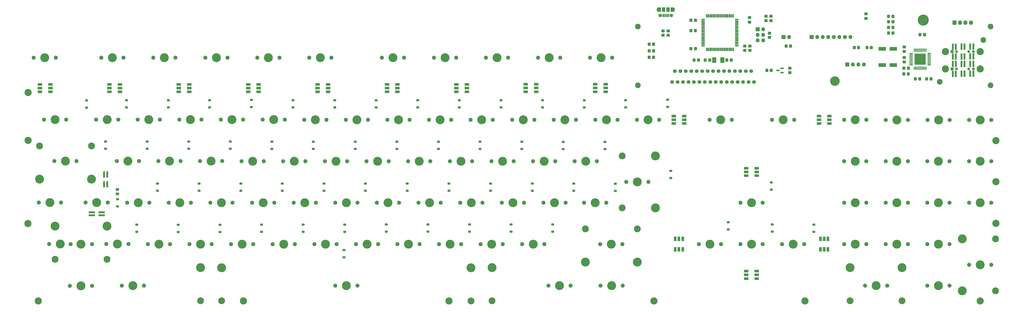
<source format=gts>
%TF.GenerationSoftware,KiCad,Pcbnew,8.0.5*%
%TF.CreationDate,2025-03-31T08:28:51+02:00*%
%TF.ProjectId,A500KB,41353030-4b42-42e6-9b69-6361645f7063,5a*%
%TF.SameCoordinates,Original*%
%TF.FileFunction,Soldermask,Top*%
%TF.FilePolarity,Negative*%
%FSLAX46Y46*%
G04 Gerber Fmt 4.6, Leading zero omitted, Abs format (unit mm)*
G04 Created by KiCad (PCBNEW 8.0.5) date 2025-03-31 08:28:51*
%MOMM*%
%LPD*%
G01*
G04 APERTURE LIST*
G04 Aperture macros list*
%AMRoundRect*
0 Rectangle with rounded corners*
0 $1 Rounding radius*
0 $2 $3 $4 $5 $6 $7 $8 $9 X,Y pos of 4 corners*
0 Add a 4 corners polygon primitive as box body*
4,1,4,$2,$3,$4,$5,$6,$7,$8,$9,$2,$3,0*
0 Add four circle primitives for the rounded corners*
1,1,$1+$1,$2,$3*
1,1,$1+$1,$4,$5*
1,1,$1+$1,$6,$7*
1,1,$1+$1,$8,$9*
0 Add four rect primitives between the rounded corners*
20,1,$1+$1,$2,$3,$4,$5,0*
20,1,$1+$1,$4,$5,$6,$7,0*
20,1,$1+$1,$6,$7,$8,$9,0*
20,1,$1+$1,$8,$9,$2,$3,0*%
G04 Aperture macros list end*
%ADD10C,1.850000*%
%ADD11C,4.087800*%
%ADD12C,3.148000*%
%ADD13RoundRect,0.271739X-0.478261X0.353261X-0.478261X-0.353261X0.478261X-0.353261X0.478261X0.353261X0*%
%ADD14RoundRect,0.175000X0.612500X0.175000X-0.612500X0.175000X-0.612500X-0.175000X0.612500X-0.175000X0*%
%ADD15RoundRect,0.270833X0.479167X-0.379167X0.479167X0.379167X-0.479167X0.379167X-0.479167X-0.379167X0*%
%ADD16RoundRect,0.270833X-0.379167X-0.479167X0.379167X-0.479167X0.379167X0.479167X-0.379167X0.479167X0*%
%ADD17RoundRect,0.271277X-0.366223X-0.503723X0.366223X-0.503723X0.366223X0.503723X-0.366223X0.503723X0*%
%ADD18RoundRect,0.271277X-0.503723X0.366223X-0.503723X-0.366223X0.503723X-0.366223X0.503723X0.366223X0*%
%ADD19RoundRect,0.050000X-0.850000X-0.850000X0.850000X-0.850000X0.850000X0.850000X-0.850000X0.850000X0*%
%ADD20O,1.800000X1.800000*%
%ADD21RoundRect,0.050000X-0.750000X-0.275000X0.750000X-0.275000X0.750000X0.275000X-0.750000X0.275000X0*%
%ADD22RoundRect,0.050000X0.275000X-0.750000X0.275000X0.750000X-0.275000X0.750000X-0.275000X-0.750000X0*%
%ADD23RoundRect,0.050000X0.850000X1.200000X-0.850000X1.200000X-0.850000X-1.200000X0.850000X-1.200000X0*%
%ADD24RoundRect,0.050000X0.850000X-0.850000X0.850000X0.850000X-0.850000X0.850000X-0.850000X-0.850000X0*%
%ADD25RoundRect,0.050000X0.400000X-1.375000X0.400000X1.375000X-0.400000X1.375000X-0.400000X-1.375000X0*%
%ADD26C,3.300000*%
%ADD27C,1.700000*%
%ADD28C,2.600000*%
%ADD29RoundRect,0.250000X-0.400000X0.250000X-0.400000X-0.250000X0.400000X-0.250000X0.400000X0.250000X0*%
%ADD30RoundRect,0.270833X0.379167X0.479167X-0.379167X0.479167X-0.379167X-0.479167X0.379167X-0.479167X0*%
%ADD31C,4.400000*%
%ADD32RoundRect,0.050000X-0.400000X1.375000X-0.400000X-1.375000X0.400000X-1.375000X0.400000X1.375000X0*%
%ADD33RoundRect,0.100000X0.687500X0.100000X-0.687500X0.100000X-0.687500X-0.100000X0.687500X-0.100000X0*%
%ADD34RoundRect,0.100000X0.100000X0.687500X-0.100000X0.687500X-0.100000X-0.687500X0.100000X-0.687500X0*%
%ADD35RoundRect,0.050000X2.500000X2.500000X-2.500000X2.500000X-2.500000X-2.500000X2.500000X-2.500000X0*%
%ADD36RoundRect,0.271277X0.366223X0.503723X-0.366223X0.503723X-0.366223X-0.503723X0.366223X-0.503723X0*%
%ADD37RoundRect,0.271277X0.503723X-0.366223X0.503723X0.366223X-0.503723X0.366223X-0.503723X-0.366223X0*%
%ADD38RoundRect,0.050000X0.200000X0.675000X-0.200000X0.675000X-0.200000X-0.675000X0.200000X-0.675000X0*%
%ADD39O,1.300000X2.000000*%
%ADD40RoundRect,0.050000X0.600000X0.950000X-0.600000X0.950000X-0.600000X-0.950000X0.600000X-0.950000X0*%
%ADD41C,1.550000*%
%ADD42RoundRect,0.050000X0.750000X0.950000X-0.750000X0.950000X-0.750000X-0.950000X0.750000X-0.950000X0*%
%ADD43RoundRect,0.050000X-1.375000X-0.400000X1.375000X-0.400000X1.375000X0.400000X-1.375000X0.400000X0*%
%ADD44RoundRect,0.050000X1.000000X-0.550000X1.000000X0.550000X-1.000000X0.550000X-1.000000X-0.550000X0*%
%ADD45RoundRect,0.050000X-1.000000X0.550000X-1.000000X-0.550000X1.000000X-0.550000X1.000000X0.550000X0*%
%ADD46RoundRect,0.265625X1.446875X0.584375X-1.446875X0.584375X-1.446875X-0.584375X1.446875X-0.584375X0*%
%ADD47C,3.000000*%
%ADD48C,5.100000*%
%ADD49RoundRect,0.050000X0.550000X1.000000X-0.550000X1.000000X-0.550000X-1.000000X0.550000X-1.000000X0*%
%ADD50RoundRect,0.050000X-0.550000X-1.000000X0.550000X-1.000000X0.550000X1.000000X-0.550000X1.000000X0*%
%ADD51RoundRect,0.264706X-0.635294X-0.760294X0.635294X-0.760294X0.635294X0.760294X-0.635294X0.760294X0*%
%ADD52O,1.800000X2.050000*%
%ADD53RoundRect,0.050000X-0.600000X-0.600000X0.600000X-0.600000X0.600000X0.600000X-0.600000X0.600000X0*%
%ADD54C,1.300000*%
G04 APERTURE END LIST*
D10*
%TO.C,MX70*%
X282556400Y-312826600D03*
D11*
X287636400Y-312826600D03*
D10*
X292716400Y-312826600D03*
D12*
X299967400Y-291359600D03*
X299967400Y-315235600D03*
D10*
X301872400Y-303297600D03*
D11*
X306952400Y-303297600D03*
D10*
X312032400Y-303297600D03*
D11*
X315207400Y-291359600D03*
X315207400Y-315235600D03*
%TD*%
D10*
%TO.C,MX1*%
X30378400Y-246227600D03*
D11*
X35458400Y-246227600D03*
D10*
X40538400Y-246227600D03*
%TD*%
%TO.C,MX2*%
X35153600Y-274675600D03*
D11*
X40233600Y-274675600D03*
D10*
X45313600Y-274675600D03*
%TD*%
%TO.C,MX4*%
X32744800Y-312797200D03*
D11*
X37824800Y-312797200D03*
D10*
X42904800Y-312797200D03*
%TD*%
%TO.C,MX6*%
X47011200Y-350998800D03*
D11*
X52091200Y-350998800D03*
D10*
X57171200Y-350998800D03*
%TD*%
%TO.C,MX8*%
X59029600Y-274675600D03*
D11*
X64109600Y-274675600D03*
D10*
X69189600Y-274675600D03*
%TD*%
%TO.C,MX10*%
X54182400Y-312797200D03*
D11*
X59262400Y-312797200D03*
D10*
X64342400Y-312797200D03*
%TD*%
%TO.C,MX12*%
X70815200Y-350977200D03*
D11*
X75895200Y-350977200D03*
D10*
X80975200Y-350977200D03*
%TD*%
%TO.C,MX13*%
X85191600Y-246227600D03*
D11*
X90271600Y-246227600D03*
D10*
X95351600Y-246227600D03*
%TD*%
%TO.C,MX14*%
X78079600Y-274675600D03*
D11*
X83159600Y-274675600D03*
D10*
X88239600Y-274675600D03*
%TD*%
%TO.C,MX16*%
X73253600Y-312826400D03*
D11*
X78333600Y-312826400D03*
D10*
X83413600Y-312826400D03*
%TD*%
%TO.C,MX17*%
X82753200Y-331876400D03*
D11*
X87833200Y-331876400D03*
D10*
X92913200Y-331876400D03*
%TD*%
%TO.C,MX18*%
X109016800Y-246227600D03*
D11*
X114096800Y-246227600D03*
D10*
X119176800Y-246227600D03*
%TD*%
%TO.C,MX19*%
X97129600Y-274675600D03*
D11*
X102209600Y-274675600D03*
D10*
X107289600Y-274675600D03*
%TD*%
%TO.C,MX20*%
X106578400Y-293751000D03*
D11*
X111658400Y-293751000D03*
D10*
X116738400Y-293751000D03*
%TD*%
%TO.C,MX21*%
X92303600Y-312826400D03*
D11*
X97383600Y-312826400D03*
D10*
X102463600Y-312826400D03*
%TD*%
%TO.C,MX22*%
X101803200Y-331876400D03*
D11*
X106883200Y-331876400D03*
D10*
X111963200Y-331876400D03*
%TD*%
%TO.C,MX23*%
X132842000Y-246227600D03*
D11*
X137922000Y-246227600D03*
D10*
X143002000Y-246227600D03*
%TD*%
%TO.C,MX24*%
X116179600Y-274675600D03*
D11*
X121259600Y-274675600D03*
D10*
X126339600Y-274675600D03*
%TD*%
%TO.C,MX25*%
X125628400Y-293776400D03*
D11*
X130708400Y-293776400D03*
D10*
X135788400Y-293776400D03*
%TD*%
%TO.C,MX26*%
X111374800Y-312848000D03*
D11*
X116454800Y-312848000D03*
D10*
X121534800Y-312848000D03*
%TD*%
%TO.C,MX27*%
X120853200Y-331876400D03*
D11*
X125933200Y-331876400D03*
D10*
X131013200Y-331876400D03*
%TD*%
%TO.C,MX28*%
X156667200Y-246227600D03*
D11*
X161747200Y-246227600D03*
D10*
X166827200Y-246227600D03*
%TD*%
%TO.C,MX30*%
X144678400Y-293776400D03*
D11*
X149758400Y-293776400D03*
D10*
X154838400Y-293776400D03*
%TD*%
%TO.C,MX32*%
X139903200Y-331876400D03*
D11*
X144983200Y-331876400D03*
D10*
X150063200Y-331876400D03*
%TD*%
%TO.C,MX34*%
X189941200Y-246227600D03*
D11*
X195021200Y-246227600D03*
D10*
X200101200Y-246227600D03*
%TD*%
%TO.C,MX35*%
X154330400Y-274726400D03*
D11*
X159410400Y-274726400D03*
D10*
X164490400Y-274726400D03*
%TD*%
%TO.C,MX37*%
X149483200Y-312848000D03*
D11*
X154563200Y-312848000D03*
D10*
X159643200Y-312848000D03*
%TD*%
%TO.C,MX38*%
X159004000Y-331876400D03*
D11*
X164084000Y-331876400D03*
D10*
X169164000Y-331876400D03*
%TD*%
%TO.C,MX39*%
X213766400Y-246227600D03*
D11*
X218846400Y-246227600D03*
D10*
X223926400Y-246227600D03*
%TD*%
%TO.C,MX40*%
X173380400Y-274726400D03*
D11*
X178460400Y-274726400D03*
D10*
X183540400Y-274726400D03*
%TD*%
%TO.C,MX41*%
X182880000Y-293776400D03*
D11*
X187960000Y-293776400D03*
D10*
X193040000Y-293776400D03*
%TD*%
%TO.C,MX42*%
X168554400Y-312826400D03*
D11*
X173634400Y-312826400D03*
D10*
X178714400Y-312826400D03*
%TD*%
%TO.C,MX43*%
X178032800Y-331876400D03*
D11*
X183112800Y-331876400D03*
D10*
X188192800Y-331876400D03*
%TD*%
%TO.C,MX45*%
X192430400Y-274726400D03*
D11*
X197510400Y-274726400D03*
D10*
X202590400Y-274726400D03*
%TD*%
%TO.C,MX46*%
X201930000Y-293776400D03*
D11*
X207010000Y-293776400D03*
D10*
X212090000Y-293776400D03*
%TD*%
%TO.C,MX47*%
X187604400Y-312826400D03*
D11*
X192684400Y-312826400D03*
D10*
X197764400Y-312826400D03*
%TD*%
%TO.C,MX49*%
X261438000Y-246249200D03*
D11*
X266518000Y-246249200D03*
D10*
X271598000Y-246249200D03*
%TD*%
%TO.C,MX50*%
X211531200Y-274726400D03*
D11*
X216611200Y-274726400D03*
D10*
X221691200Y-274726400D03*
%TD*%
%TO.C,MX51*%
X221030800Y-293776400D03*
D11*
X226110800Y-293776400D03*
D10*
X231190800Y-293776400D03*
%TD*%
%TO.C,MX52*%
X206705200Y-312826400D03*
D11*
X211785200Y-312826400D03*
D10*
X216865200Y-312826400D03*
%TD*%
%TO.C,MX53*%
X216103200Y-331876400D03*
D11*
X221183200Y-331876400D03*
D10*
X226263200Y-331876400D03*
%TD*%
%TO.C,MX54*%
X285242000Y-246227600D03*
D11*
X290322000Y-246227600D03*
D10*
X295402000Y-246227600D03*
%TD*%
%TO.C,MX55*%
X230581200Y-274726400D03*
D11*
X235661200Y-274726400D03*
D10*
X240741200Y-274726400D03*
%TD*%
%TO.C,MX56*%
X240080800Y-293776400D03*
D11*
X245160800Y-293776400D03*
D10*
X250240800Y-293776400D03*
%TD*%
%TO.C,MX57*%
X225806000Y-312826400D03*
D11*
X230886000Y-312826400D03*
D10*
X235966000Y-312826400D03*
%TD*%
%TO.C,MX58*%
X235153200Y-331876400D03*
D11*
X240233200Y-331876400D03*
D10*
X245313200Y-331876400D03*
%TD*%
%TO.C,MX59*%
X266221600Y-350948000D03*
D11*
X271301600Y-350948000D03*
D10*
X276381600Y-350948000D03*
%TD*%
%TO.C,MX60*%
X249631200Y-274726400D03*
D11*
X254711200Y-274726400D03*
D10*
X259791200Y-274726400D03*
%TD*%
%TO.C,MX61*%
X259130800Y-293776400D03*
D11*
X264210800Y-293776400D03*
D10*
X269290800Y-293776400D03*
%TD*%
%TO.C,MX62*%
X244856000Y-312826400D03*
D11*
X249936000Y-312826400D03*
D10*
X255016000Y-312826400D03*
%TD*%
%TO.C,MX63*%
X254203200Y-331876400D03*
D11*
X259283200Y-331876400D03*
D10*
X264363200Y-331876400D03*
%TD*%
%TO.C,MX64*%
X290097600Y-350948000D03*
D11*
X295177600Y-350948000D03*
D10*
X300257600Y-350948000D03*
%TD*%
%TO.C,MX65*%
X268681200Y-274726400D03*
D11*
X273761200Y-274726400D03*
D10*
X278841200Y-274726400D03*
%TD*%
%TO.C,MX67*%
X263906000Y-312826400D03*
D11*
X268986000Y-312826400D03*
D10*
X274066000Y-312826400D03*
%TD*%
D12*
%TO.C,MX68*%
X283089350Y-324891400D03*
D11*
X283089350Y-340131400D03*
D10*
X289915600Y-331876400D03*
D11*
X294995600Y-331876400D03*
D10*
X300075600Y-331876400D03*
D12*
X306901850Y-324891400D03*
D11*
X306901850Y-340131400D03*
%TD*%
D10*
%TO.C,MX69*%
X287731200Y-274726400D03*
D11*
X292811200Y-274726400D03*
D10*
X297891200Y-274726400D03*
%TD*%
%TO.C,MX72*%
X306781200Y-274726400D03*
D11*
X311861200Y-274726400D03*
D10*
X316941200Y-274726400D03*
%TD*%
%TO.C,MX73*%
X340034000Y-274726400D03*
D11*
X345114000Y-274726400D03*
D10*
X350194000Y-274726400D03*
%TD*%
%TO.C,MX74*%
X335076800Y-331876400D03*
D11*
X340156800Y-331876400D03*
D10*
X345236800Y-331876400D03*
%TD*%
%TO.C,MX75*%
X354126800Y-312826400D03*
D11*
X359206800Y-312826400D03*
D10*
X364286800Y-312826400D03*
%TD*%
%TO.C,MX76*%
X354156400Y-331876400D03*
D11*
X359236400Y-331876400D03*
D10*
X364316400Y-331876400D03*
%TD*%
%TO.C,MX77*%
X368634400Y-274726400D03*
D11*
X373714400Y-274726400D03*
D10*
X378794400Y-274726400D03*
%TD*%
%TO.C,MX78*%
X373176800Y-331876400D03*
D11*
X378256800Y-331876400D03*
D10*
X383336800Y-331876400D03*
%TD*%
%TO.C,MX79*%
X401624800Y-274777200D03*
D11*
X406704800Y-274777200D03*
D10*
X411784800Y-274777200D03*
%TD*%
%TO.C,MX80*%
X401624800Y-293827200D03*
D11*
X406704800Y-293827200D03*
D10*
X411784800Y-293827200D03*
%TD*%
%TO.C,MX81*%
X401624800Y-312877200D03*
D11*
X406704800Y-312877200D03*
D10*
X411784800Y-312877200D03*
%TD*%
%TO.C,MX82*%
X401654400Y-331898000D03*
D11*
X406734400Y-331898000D03*
D10*
X411814400Y-331898000D03*
%TD*%
D12*
%TO.C,MX83*%
X428180500Y-357936800D03*
D11*
X428180500Y-342696800D03*
D10*
X421354250Y-350951800D03*
D11*
X416274250Y-350951800D03*
D10*
X411194250Y-350951800D03*
D12*
X404368000Y-357936800D03*
D11*
X404368000Y-342696800D03*
%TD*%
D10*
%TO.C,MX85*%
X420674800Y-293827200D03*
D11*
X425754800Y-293827200D03*
D10*
X430834800Y-293827200D03*
%TD*%
%TO.C,MX86*%
X420674800Y-312877200D03*
D11*
X425754800Y-312877200D03*
D10*
X430834800Y-312877200D03*
%TD*%
%TO.C,MX87*%
X420704400Y-331898000D03*
D11*
X425784400Y-331898000D03*
D10*
X430864400Y-331898000D03*
%TD*%
%TO.C,MX88*%
X439826400Y-274828000D03*
D11*
X444906400Y-274828000D03*
D10*
X449986400Y-274828000D03*
%TD*%
%TO.C,MX89*%
X439724800Y-293827200D03*
D11*
X444804800Y-293827200D03*
D10*
X449884800Y-293827200D03*
%TD*%
%TO.C,MX90*%
X439775600Y-312877200D03*
D11*
X444855600Y-312877200D03*
D10*
X449935600Y-312877200D03*
%TD*%
%TO.C,MX91*%
X439775600Y-331876400D03*
D11*
X444855600Y-331876400D03*
D10*
X449935600Y-331876400D03*
%TD*%
%TO.C,MX92*%
X439754400Y-350948000D03*
D11*
X444834400Y-350948000D03*
D10*
X449914400Y-350948000D03*
%TD*%
%TO.C,MX93*%
X458927200Y-274828000D03*
D11*
X464007200Y-274828000D03*
D10*
X469087200Y-274828000D03*
%TD*%
%TO.C,MX94*%
X458927200Y-293776400D03*
D11*
X464007200Y-293776400D03*
D10*
X469087200Y-293776400D03*
%TD*%
%TO.C,MX95*%
X458927200Y-312826400D03*
D11*
X464007200Y-312826400D03*
D10*
X469087200Y-312826400D03*
%TD*%
D12*
%TO.C,MX96*%
X470966800Y-353364800D03*
X470966800Y-329488800D03*
D10*
X469061800Y-341426800D03*
D11*
X463981800Y-341426800D03*
D10*
X458901800Y-341426800D03*
D11*
X455726800Y-353364800D03*
X455726800Y-329488800D03*
%TD*%
D10*
%TO.C,MX9*%
X68457200Y-293747200D03*
D11*
X73537200Y-293747200D03*
D10*
X78617200Y-293747200D03*
%TD*%
%TO.C,MX15*%
X87528400Y-293751000D03*
D11*
X92608400Y-293751000D03*
D10*
X97688400Y-293751000D03*
%TD*%
%TO.C,MX7*%
X61417200Y-246227600D03*
D11*
X66497200Y-246227600D03*
D10*
X71577200Y-246227600D03*
%TD*%
D12*
%TO.C,MX3*%
X33070800Y-286762200D03*
D11*
X33070800Y-302002200D03*
D10*
X39897050Y-293747200D03*
D11*
X44977050Y-293747200D03*
D10*
X50057050Y-293747200D03*
D12*
X56883300Y-286762200D03*
D11*
X56883300Y-302002200D03*
%TD*%
D10*
%TO.C,MX36*%
X163830000Y-293776400D03*
D11*
X168910000Y-293776400D03*
D10*
X173990000Y-293776400D03*
%TD*%
%TO.C,MX31*%
X130454400Y-312848000D03*
D11*
X135534400Y-312848000D03*
D10*
X140614400Y-312848000D03*
%TD*%
%TO.C,MX29*%
X135259200Y-274697200D03*
D11*
X140339200Y-274697200D03*
D10*
X145419200Y-274697200D03*
%TD*%
%TO.C,MX48*%
X197053200Y-331876400D03*
D11*
X202133200Y-331876400D03*
D10*
X207213200Y-331876400D03*
%TD*%
%TO.C,MX66*%
X278180800Y-293776400D03*
D11*
X283260800Y-293776400D03*
D10*
X288340800Y-293776400D03*
%TD*%
%TO.C,MX84*%
X420725600Y-274828000D03*
D11*
X425805600Y-274828000D03*
D10*
X430885600Y-274828000D03*
%TD*%
%TO.C,MX44*%
X237591600Y-246227600D03*
D11*
X242671600Y-246227600D03*
D10*
X247751600Y-246227600D03*
%TD*%
D13*
%TO.C,D2*%
X68783200Y-306750000D03*
X68783200Y-308800000D03*
%TD*%
D12*
%TO.C,MX33*%
X240384000Y-357936800D03*
D11*
X240384000Y-342696800D03*
D12*
X230709000Y-357951800D03*
D11*
X230709000Y-342751800D03*
D10*
X178689000Y-350951800D03*
D11*
X173609000Y-350951800D03*
D10*
X168529000Y-350951800D03*
D12*
X116534000Y-357936800D03*
D11*
X116534000Y-342746800D03*
D12*
X106834000Y-357936800D03*
D11*
X106834000Y-342696800D03*
%TD*%
D14*
%TO.C,Q1*%
X373187500Y-253050000D03*
X373187500Y-251150000D03*
X371312500Y-252100000D03*
%TD*%
D15*
%TO.C,R1*%
X376800000Y-253075000D03*
X376800000Y-251075000D03*
%TD*%
D16*
%TO.C,R2*%
X366250000Y-252100000D03*
X368250000Y-252100000D03*
%TD*%
D17*
%TO.C,C5*%
X331450000Y-233800000D03*
X333525000Y-233800000D03*
%TD*%
D18*
%TO.C,C6*%
X358300000Y-227800000D03*
X358300000Y-229875000D03*
%TD*%
D19*
%TO.C,J3*%
X362060000Y-233150000D03*
D20*
X364600000Y-233150000D03*
X362060000Y-235690000D03*
X364600000Y-235690000D03*
X362060000Y-238230000D03*
X364600000Y-238230000D03*
%TD*%
D15*
%TO.C,R4*%
X321050000Y-235925000D03*
X321050000Y-233925000D03*
%TD*%
%TO.C,R5*%
X367450000Y-236950000D03*
X367450000Y-234950000D03*
%TD*%
D21*
%TO.C,U2*%
X337048400Y-228704200D03*
X337048400Y-229504200D03*
X337048400Y-230304200D03*
X337048400Y-231104200D03*
X337048400Y-231904200D03*
X337048400Y-232704200D03*
X337048400Y-233504200D03*
X337048400Y-234304200D03*
X337048400Y-235104200D03*
X337048400Y-235904200D03*
X337048400Y-236704200D03*
X337048400Y-237504200D03*
X337048400Y-238304200D03*
X337048400Y-239104200D03*
X337048400Y-239904200D03*
X337048400Y-240704200D03*
D22*
X338748400Y-242404200D03*
X339548400Y-242404200D03*
X340348400Y-242404200D03*
X341148400Y-242404200D03*
X341948400Y-242404200D03*
X342748400Y-242404200D03*
X343548400Y-242404200D03*
X344348400Y-242404200D03*
X345148400Y-242404200D03*
X345948400Y-242404200D03*
X346748400Y-242404200D03*
X347548400Y-242404200D03*
X348348400Y-242404200D03*
X349148400Y-242404200D03*
X349948400Y-242404200D03*
X350748400Y-242404200D03*
D21*
X352448400Y-240704200D03*
X352448400Y-239904200D03*
X352448400Y-239104200D03*
X352448400Y-238304200D03*
X352448400Y-237504200D03*
X352448400Y-236704200D03*
X352448400Y-235904200D03*
X352448400Y-235104200D03*
X352448400Y-234304200D03*
X352448400Y-233504200D03*
X352448400Y-232704200D03*
X352448400Y-231904200D03*
X352448400Y-231104200D03*
X352448400Y-230304200D03*
X352448400Y-229504200D03*
X352448400Y-228704200D03*
D22*
X350748400Y-227004200D03*
X349948400Y-227004200D03*
X349148400Y-227004200D03*
X348348400Y-227004200D03*
X347548400Y-227004200D03*
X346748400Y-227004200D03*
X345948400Y-227004200D03*
X345148400Y-227004200D03*
X344348400Y-227004200D03*
X343548400Y-227004200D03*
X342748400Y-227004200D03*
X341948400Y-227004200D03*
X341148400Y-227004200D03*
X340348400Y-227004200D03*
X339548400Y-227004200D03*
X338748400Y-227004200D03*
%TD*%
D23*
%TO.C,Y2*%
X345823300Y-247321800D03*
X342123300Y-247321800D03*
%TD*%
D24*
%TO.C,J4*%
X386720000Y-236750000D03*
D20*
X389260000Y-236750000D03*
X391800000Y-236750000D03*
X394340000Y-236750000D03*
X396880000Y-236750000D03*
X399420000Y-236750000D03*
X401960000Y-236750000D03*
X404500000Y-236750000D03*
%TD*%
D25*
%TO.C,D1*%
X62673000Y-304383000D03*
X64073000Y-304383000D03*
X64073000Y-299883000D03*
X62673000Y-299883000D03*
%TD*%
D24*
%TO.C,J5*%
X373860000Y-236750000D03*
D20*
X376400000Y-236750000D03*
%TD*%
D26*
%TO.C,H5*%
X27850000Y-284200000D03*
%TD*%
%TO.C,H6*%
X27850000Y-262200000D03*
%TD*%
%TO.C,H7*%
X27800000Y-322400000D03*
%TD*%
%TO.C,H8*%
X314500000Y-358000000D03*
%TD*%
%TO.C,H9*%
X383700000Y-358000000D03*
%TD*%
%TO.C,H10*%
X471200000Y-284300000D03*
%TD*%
%TO.C,H11*%
X471200000Y-303200000D03*
%TD*%
D16*
%TO.C,R6*%
X422000000Y-227250000D03*
X424000000Y-227250000D03*
%TD*%
D18*
%TO.C,C14*%
X411650000Y-226075000D03*
X411650000Y-228150000D03*
%TD*%
D17*
%TO.C,C3*%
X347884000Y-247359900D03*
X349959000Y-247359900D03*
%TD*%
%TO.C,C4*%
X338008700Y-247296400D03*
X340083700Y-247296400D03*
%TD*%
%TO.C,C1*%
X332898000Y-247309100D03*
X334973000Y-247309100D03*
%TD*%
D27*
%TO.C,J1*%
X322850000Y-257400000D03*
X324100000Y-252400000D03*
X325350000Y-257400000D03*
X326600000Y-252400000D03*
X327850000Y-257400000D03*
X329100000Y-252400000D03*
X330350000Y-257400000D03*
X331600000Y-252400000D03*
X332850000Y-257400000D03*
X334100000Y-252400000D03*
X335350000Y-257400000D03*
X336600000Y-252400000D03*
X337850000Y-257400000D03*
X339100000Y-252400000D03*
X340350000Y-257400000D03*
X341600000Y-252400000D03*
X342850000Y-257400000D03*
X344100000Y-252400000D03*
X345350000Y-257400000D03*
X346600000Y-252400000D03*
X347850000Y-257400000D03*
X349100000Y-252400000D03*
X350350000Y-257400000D03*
X351600000Y-252400000D03*
X352850000Y-257400000D03*
X354100000Y-252400000D03*
X355350000Y-257400000D03*
X356600000Y-252400000D03*
X357850000Y-257400000D03*
X359100000Y-252400000D03*
X360350000Y-257400000D03*
%TD*%
D26*
%TO.C,H12*%
X471200000Y-322350000D03*
%TD*%
%TO.C,H13*%
X32500000Y-358000000D03*
%TD*%
%TO.C,H14*%
X463950000Y-358000000D03*
%TD*%
D28*
%TO.C,H15*%
X307200000Y-258950000D03*
%TD*%
%TO.C,H17*%
X468700000Y-258950000D03*
%TD*%
D29*
%TO.C,D8*%
X77600000Y-322950000D03*
X77600000Y-326250000D03*
%TD*%
%TO.C,D9*%
X96600000Y-323000000D03*
X96600000Y-326300000D03*
%TD*%
%TO.C,D10*%
X115700000Y-323000000D03*
X115700000Y-326300000D03*
%TD*%
%TO.C,D11*%
X134800000Y-322950000D03*
X134800000Y-326250000D03*
%TD*%
%TO.C,D12*%
X153800000Y-322950000D03*
X153800000Y-326250000D03*
%TD*%
%TO.C,D13*%
X172550000Y-334600000D03*
X172550000Y-337900000D03*
%TD*%
%TO.C,D14*%
X172900000Y-322900000D03*
X172900000Y-326200000D03*
%TD*%
%TO.C,D15*%
X191900000Y-322850000D03*
X191900000Y-326150000D03*
%TD*%
%TO.C,D16*%
X211000000Y-322850000D03*
X211000000Y-326150000D03*
%TD*%
%TO.C,D17*%
X230000000Y-322850000D03*
X230000000Y-326150000D03*
%TD*%
%TO.C,D18*%
X249100000Y-322850000D03*
X249100000Y-326150000D03*
%TD*%
%TO.C,D19*%
X268100000Y-322850000D03*
X268100000Y-326150000D03*
%TD*%
D28*
%TO.C,H16*%
X307200000Y-231950000D03*
%TD*%
D29*
%TO.C,D20*%
X387800000Y-322900000D03*
X387800000Y-326200000D03*
%TD*%
D28*
%TO.C,H18*%
X468700000Y-231950000D03*
%TD*%
D29*
%TO.C,D21*%
X348600000Y-321850000D03*
X348600000Y-325150000D03*
%TD*%
%TO.C,D22*%
X368300000Y-303550000D03*
X368300000Y-306850000D03*
%TD*%
%TO.C,D24*%
X68800000Y-311250000D03*
X68800000Y-314550000D03*
%TD*%
%TO.C,D25*%
X87100000Y-304050000D03*
X87100000Y-307350000D03*
%TD*%
%TO.C,D26*%
X106200000Y-304050000D03*
X106200000Y-307350000D03*
%TD*%
%TO.C,D27*%
X125300000Y-304050000D03*
X125300000Y-307350000D03*
%TD*%
%TO.C,D28*%
X144300000Y-304050000D03*
X144300000Y-307350000D03*
%TD*%
%TO.C,D29*%
X163400000Y-304050000D03*
X163400000Y-307350000D03*
%TD*%
%TO.C,D30*%
X182400000Y-304050000D03*
X182400000Y-307350000D03*
%TD*%
%TO.C,D31*%
X201500000Y-304050000D03*
X201500000Y-307350000D03*
%TD*%
%TO.C,D32*%
X220600000Y-304050000D03*
X220600000Y-307350000D03*
%TD*%
%TO.C,D33*%
X239700000Y-304050000D03*
X239700000Y-307350000D03*
%TD*%
%TO.C,D34*%
X258800000Y-304050000D03*
X258800000Y-307350000D03*
%TD*%
%TO.C,D35*%
X277800000Y-304050000D03*
X277800000Y-307350000D03*
%TD*%
%TO.C,D36*%
X296800000Y-304150000D03*
X296800000Y-307450000D03*
%TD*%
D30*
%TO.C,R8*%
X424000000Y-234850000D03*
X422000000Y-234850000D03*
%TD*%
%TO.C,R9*%
X424000000Y-232350000D03*
X422000000Y-232350000D03*
%TD*%
D31*
%TO.C,H19*%
X397450000Y-257000000D03*
%TD*%
D29*
%TO.C,D37*%
X63300000Y-284750000D03*
X63300000Y-288050000D03*
%TD*%
%TO.C,D38*%
X82400000Y-284750000D03*
X82400000Y-288050000D03*
%TD*%
%TO.C,D39*%
X101400000Y-284750000D03*
X101400000Y-288050000D03*
%TD*%
%TO.C,D40*%
X120500000Y-284750000D03*
X120500000Y-288050000D03*
%TD*%
%TO.C,D41*%
X139500000Y-284850000D03*
X139500000Y-288150000D03*
%TD*%
%TO.C,D42*%
X158500000Y-284850000D03*
X158500000Y-288150000D03*
%TD*%
%TO.C,D43*%
X177700000Y-284850000D03*
X177700000Y-288150000D03*
%TD*%
%TO.C,D44*%
X196800000Y-284850000D03*
X196800000Y-288150000D03*
%TD*%
%TO.C,D45*%
X215800000Y-284850000D03*
X215800000Y-288150000D03*
%TD*%
%TO.C,D46*%
X234900000Y-284850000D03*
X234900000Y-288150000D03*
%TD*%
%TO.C,D47*%
X254000000Y-284850000D03*
X254000000Y-288150000D03*
%TD*%
%TO.C,D48*%
X273000000Y-284900000D03*
X273000000Y-288200000D03*
%TD*%
%TO.C,D49*%
X292100000Y-284900000D03*
X292100000Y-288200000D03*
%TD*%
%TO.C,D50*%
X322200000Y-298250000D03*
X322200000Y-301550000D03*
%TD*%
D25*
%TO.C,D5*%
X451400000Y-253638000D03*
X452800000Y-253638000D03*
X452800000Y-249138000D03*
X451400000Y-249138000D03*
%TD*%
%TO.C,D6*%
X455400000Y-253625000D03*
X456800000Y-253625000D03*
X456800000Y-249125000D03*
X455400000Y-249125000D03*
%TD*%
%TO.C,D7*%
X459400000Y-253625000D03*
X460800000Y-253625000D03*
X460800000Y-249125000D03*
X459400000Y-249125000D03*
%TD*%
D32*
%TO.C,D52*%
X456800000Y-241179900D03*
X455400000Y-241179900D03*
X455400000Y-245679900D03*
X456800000Y-245679900D03*
%TD*%
%TO.C,D53*%
X460800000Y-241167200D03*
X459400000Y-241167200D03*
X459400000Y-245667200D03*
X460800000Y-245667200D03*
%TD*%
D33*
%TO.C,U1*%
X440625000Y-249650000D03*
X440625000Y-249150000D03*
X440625000Y-248650000D03*
X440625000Y-248150000D03*
X440625000Y-247650000D03*
X440625000Y-247150000D03*
X440625000Y-246650000D03*
X440625000Y-246150000D03*
X440625000Y-245650000D03*
X440625000Y-245150000D03*
X440625000Y-244650000D03*
X440625000Y-244150000D03*
D34*
X439212500Y-242737500D03*
X438712500Y-242737500D03*
X438212500Y-242737500D03*
X437712500Y-242737500D03*
X437212500Y-242737500D03*
X436712500Y-242737500D03*
X436212500Y-242737500D03*
X435712500Y-242737500D03*
X435212500Y-242737500D03*
X434712500Y-242737500D03*
X434212500Y-242737500D03*
X433712500Y-242737500D03*
D33*
X432300000Y-244150000D03*
X432300000Y-244650000D03*
X432300000Y-245150000D03*
X432300000Y-245650000D03*
X432300000Y-246150000D03*
X432300000Y-246650000D03*
X432300000Y-247150000D03*
X432300000Y-247650000D03*
X432300000Y-248150000D03*
X432300000Y-248650000D03*
X432300000Y-249150000D03*
X432300000Y-249650000D03*
D34*
X433712500Y-251062500D03*
X434212500Y-251062500D03*
X434712500Y-251062500D03*
X435212500Y-251062500D03*
X435712500Y-251062500D03*
X436212500Y-251062500D03*
X436712500Y-251062500D03*
X437212500Y-251062500D03*
X437712500Y-251062500D03*
X438212500Y-251062500D03*
X438712500Y-251062500D03*
X439212500Y-251062500D03*
D35*
X436462500Y-246900000D03*
%TD*%
D36*
%TO.C,C10*%
X438475000Y-235650000D03*
X436400000Y-235650000D03*
%TD*%
D17*
%TO.C,C11*%
X439387500Y-255950000D03*
X441462500Y-255950000D03*
%TD*%
D18*
%TO.C,C12*%
X429150000Y-246137500D03*
X429150000Y-248212500D03*
%TD*%
D16*
%TO.C,R7*%
X429025000Y-253700000D03*
X431025000Y-253700000D03*
%TD*%
D26*
%TO.C,H1*%
X463950000Y-251375000D03*
%TD*%
%TO.C,H2*%
X448050000Y-251375000D03*
%TD*%
%TO.C,H4*%
X463950000Y-243400000D03*
%TD*%
D36*
%TO.C,C13*%
X431087500Y-251050000D03*
X429012500Y-251050000D03*
%TD*%
%TO.C,C9*%
X436312500Y-255950000D03*
X434237500Y-255950000D03*
%TD*%
D15*
%TO.C,R10*%
X358450000Y-242850000D03*
X358450000Y-240850000D03*
%TD*%
%TO.C,R11*%
X356100000Y-242850000D03*
X356100000Y-240850000D03*
%TD*%
D29*
%TO.C,D54*%
X54600000Y-265850000D03*
X54600000Y-269150000D03*
%TD*%
%TO.C,D55*%
X72900000Y-265750000D03*
X72900000Y-269050000D03*
%TD*%
%TO.C,D56*%
X92100000Y-265750000D03*
X92100000Y-269050000D03*
%TD*%
%TO.C,D57*%
X111000000Y-265750000D03*
X111000000Y-269050000D03*
%TD*%
%TO.C,D58*%
X130100000Y-265650000D03*
X130100000Y-268950000D03*
%TD*%
%TO.C,D59*%
X149200000Y-265750000D03*
X149200000Y-269050000D03*
%TD*%
%TO.C,D60*%
X168300000Y-265750000D03*
X168300000Y-269050000D03*
%TD*%
%TO.C,D61*%
X187300000Y-265750000D03*
X187300000Y-269050000D03*
%TD*%
%TO.C,D62*%
X206300000Y-265750000D03*
X206300000Y-269050000D03*
%TD*%
%TO.C,D63*%
X225400000Y-265750000D03*
X225400000Y-269050000D03*
%TD*%
%TO.C,D64*%
X244500000Y-265750000D03*
X244500000Y-269050000D03*
%TD*%
%TO.C,D65*%
X263500000Y-265750000D03*
X263500000Y-269050000D03*
%TD*%
%TO.C,D66*%
X282600000Y-265750000D03*
X282600000Y-269050000D03*
%TD*%
%TO.C,D67*%
X301600000Y-265750000D03*
X301600000Y-269050000D03*
%TD*%
%TO.C,D68*%
X320800000Y-265550000D03*
X320800000Y-268850000D03*
%TD*%
D17*
%TO.C,C2*%
X331487500Y-242050000D03*
X333562500Y-242050000D03*
%TD*%
D37*
%TO.C,C7*%
X429150000Y-243362500D03*
X429150000Y-241287500D03*
%TD*%
D36*
%TO.C,C8*%
X333562500Y-229000000D03*
X331487500Y-229000000D03*
%TD*%
D30*
%TO.C,R12*%
X424000000Y-229750000D03*
X422000000Y-229750000D03*
%TD*%
D16*
%TO.C,R13*%
X412122000Y-241554000D03*
X414122000Y-241554000D03*
%TD*%
%TO.C,R14*%
X406298000Y-241554000D03*
X408298000Y-241554000D03*
%TD*%
D15*
%TO.C,R16*%
X365800000Y-229200000D03*
X365800000Y-227200000D03*
%TD*%
%TO.C,R15*%
X368150000Y-229200000D03*
X368150000Y-227200000D03*
%TD*%
D29*
%TO.C,D23*%
X368700000Y-322850000D03*
X368700000Y-326150000D03*
%TD*%
D15*
%TO.C,R3*%
X318700000Y-235925000D03*
X318700000Y-233925000D03*
%TD*%
D38*
%TO.C,J2*%
X321250000Y-226850000D03*
X320600000Y-226850000D03*
X319950000Y-226850000D03*
X319300000Y-226850000D03*
X318650000Y-226850000D03*
D39*
X323450000Y-224150000D03*
D40*
X322850000Y-224150000D03*
D41*
X322450000Y-226850000D03*
D42*
X320950000Y-224150000D03*
X318950000Y-224150000D03*
D41*
X317450000Y-226850000D03*
D40*
X317050000Y-224150000D03*
D39*
X316450000Y-224150000D03*
%TD*%
D26*
%TO.C,H20*%
X126450000Y-357950000D03*
%TD*%
%TO.C,H21*%
X220650000Y-357950000D03*
%TD*%
D24*
%TO.C,J6*%
X403100000Y-249350000D03*
D20*
X405640000Y-249350000D03*
X408180000Y-249350000D03*
X410720000Y-249350000D03*
%TD*%
D28*
%TO.C,H22*%
X445390000Y-257340000D03*
%TD*%
%TO.C,H23*%
X465370000Y-238100000D03*
%TD*%
D26*
%TO.C,H3*%
X448050000Y-243400000D03*
%TD*%
D32*
%TO.C,D51*%
X452800000Y-241187500D03*
X451400000Y-241187500D03*
X451400000Y-245687500D03*
X452800000Y-245687500D03*
%TD*%
D43*
%TO.C,D69*%
X57050000Y-317250000D03*
X57050000Y-318650000D03*
X61550000Y-318650000D03*
X61550000Y-317250000D03*
%TD*%
D44*
%TO.C,D72*%
X96877700Y-258500000D03*
X96877700Y-260200000D03*
X96877700Y-261900000D03*
X101677700Y-261900000D03*
X101677700Y-260200000D03*
X101677700Y-258500000D03*
%TD*%
%TO.C,D73*%
X128664750Y-258500000D03*
X128664750Y-260200000D03*
X128664750Y-261900000D03*
X133464750Y-261900000D03*
X133464750Y-260200000D03*
X133464750Y-258500000D03*
%TD*%
D45*
%TO.C,D83*%
X361600000Y-347700000D03*
X361600000Y-346000000D03*
X361600000Y-344300000D03*
X356800000Y-344300000D03*
X356800000Y-346000000D03*
X356800000Y-347700000D03*
%TD*%
D44*
%TO.C,D71*%
X65090650Y-258500000D03*
X65090650Y-260200000D03*
X65090650Y-261900000D03*
X69890650Y-261900000D03*
X69890650Y-260200000D03*
X69890650Y-258500000D03*
%TD*%
D46*
%TO.C,C15*%
X424175000Y-249650000D03*
X419100000Y-249650000D03*
%TD*%
D44*
%TO.C,D70*%
X33303600Y-258500000D03*
X33303600Y-260200000D03*
X33303600Y-261900000D03*
X38103600Y-261900000D03*
X38103600Y-260200000D03*
X38103600Y-258500000D03*
%TD*%
%TO.C,D81*%
X390100000Y-273026400D03*
X390100000Y-274726400D03*
X390100000Y-276426400D03*
X394900000Y-276426400D03*
X394900000Y-274726400D03*
X394900000Y-273026400D03*
%TD*%
%TO.C,D80*%
X356800000Y-297050000D03*
X356800000Y-298750000D03*
X356800000Y-300450000D03*
X361600000Y-300450000D03*
X361600000Y-298750000D03*
X361600000Y-297050000D03*
%TD*%
%TO.C,D77*%
X255812950Y-258450000D03*
X255812950Y-260150000D03*
X255812950Y-261850000D03*
X260612950Y-261850000D03*
X260612950Y-260150000D03*
X260612950Y-258450000D03*
%TD*%
%TO.C,D75*%
X192238850Y-258500000D03*
X192238850Y-260200000D03*
X192238850Y-261900000D03*
X197038850Y-261900000D03*
X197038850Y-260200000D03*
X197038850Y-258500000D03*
%TD*%
D10*
%TO.C,MX5*%
X37493750Y-331845000D03*
D11*
X40187500Y-323610000D03*
D12*
X40187500Y-338850000D03*
D11*
X42573750Y-331845000D03*
D10*
X47333750Y-331865000D03*
D11*
X52093750Y-331865000D03*
D10*
X57173750Y-331865000D03*
X63698750Y-331850000D03*
D11*
X64000000Y-323610000D03*
D12*
X64000000Y-338850000D03*
D11*
X68778750Y-331850000D03*
D10*
X73858750Y-331850000D03*
%TD*%
D44*
%TO.C,D78*%
X287600000Y-258450000D03*
X287600000Y-260150000D03*
X287600000Y-261850000D03*
X292400000Y-261850000D03*
X292400000Y-260150000D03*
X292400000Y-258450000D03*
%TD*%
%TO.C,D76*%
X224025900Y-258500000D03*
X224025900Y-260200000D03*
X224025900Y-261900000D03*
X228825900Y-261900000D03*
X228825900Y-260200000D03*
X228825900Y-258500000D03*
%TD*%
D46*
%TO.C,C16*%
X424175000Y-242150000D03*
X419100000Y-242150000D03*
%TD*%
D36*
%TO.C,C18*%
X314375000Y-243060000D03*
X312300000Y-243060000D03*
%TD*%
D44*
%TO.C,D79*%
X323600000Y-273026400D03*
X323600000Y-274726400D03*
X323600000Y-276426400D03*
X328400000Y-276426400D03*
X328400000Y-274726400D03*
X328400000Y-273026400D03*
%TD*%
D16*
%TO.C,R17*%
X375100000Y-240900000D03*
X377100000Y-240900000D03*
%TD*%
D47*
%TO.C,H24*%
X437889200Y-228981000D03*
D48*
X437889200Y-228981000D03*
%TD*%
D36*
%TO.C,C17*%
X314375000Y-246070000D03*
X312300000Y-246070000D03*
%TD*%
D49*
%TO.C,D84*%
X324300000Y-334250000D03*
X326000000Y-334250000D03*
X327700000Y-334250000D03*
X327700000Y-329450000D03*
X326000000Y-329450000D03*
X324300000Y-329450000D03*
%TD*%
D44*
%TO.C,D74*%
X160451800Y-258500000D03*
X160451800Y-260200000D03*
X160451800Y-261900000D03*
X165251800Y-261900000D03*
X165251800Y-260200000D03*
X165251800Y-258500000D03*
%TD*%
D50*
%TO.C,D82*%
X394200000Y-329476400D03*
X392500000Y-329476400D03*
X390800000Y-329476400D03*
X390800000Y-334276400D03*
X392500000Y-334276400D03*
X394200000Y-334276400D03*
%TD*%
D36*
%TO.C,C19*%
X314375000Y-240050000D03*
X312300000Y-240050000D03*
%TD*%
D51*
%TO.C,J7*%
X452224000Y-230116500D03*
D52*
X454724000Y-230116500D03*
X457224000Y-230116500D03*
X459724000Y-230116500D03*
%TD*%
D53*
%TO.C,D3*%
X451100000Y-243420000D03*
D54*
X453150000Y-243420000D03*
X458750000Y-243420000D03*
X460800000Y-243420000D03*
%TD*%
D53*
%TO.C,D4*%
X451100000Y-251350000D03*
D54*
X453150000Y-251350000D03*
X458750000Y-251350000D03*
X460800000Y-251350000D03*
%TD*%
M02*

</source>
